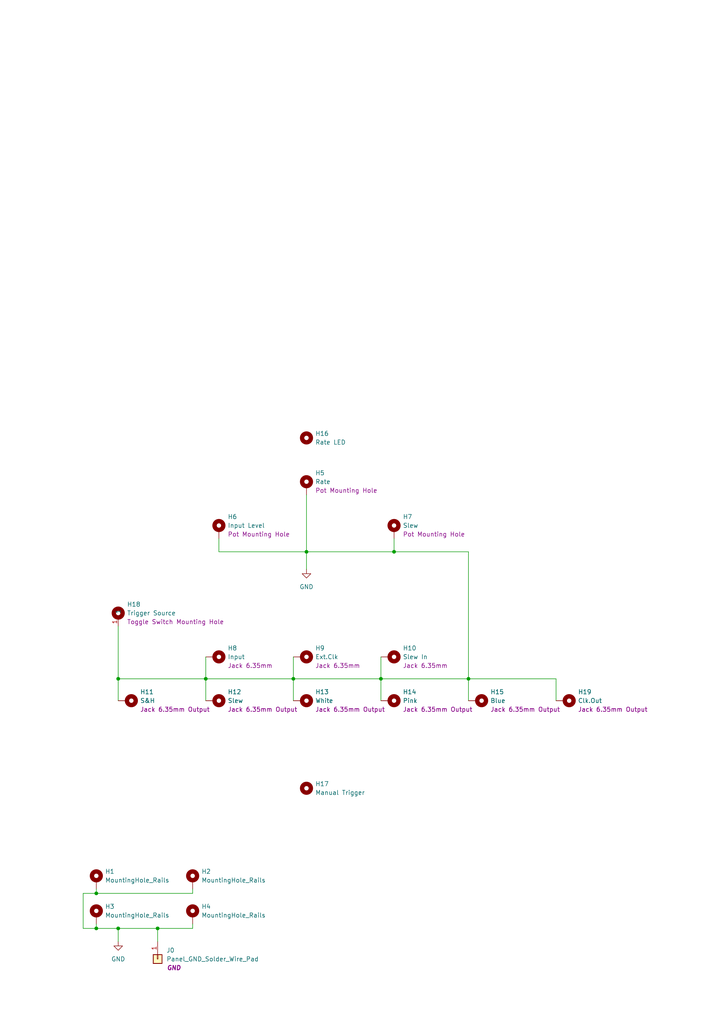
<source format=kicad_sch>
(kicad_sch (version 20231120) (generator "eeschema") (generator_version "8.0")
  (paper "A4" portrait)
  (title_block (title "Kosmo Format Front Panel - 5 cm") (company "DMH Instruments"))
  (lib_symbols
    (symbol "Mechanical:MountingHole" (pin_names (offset 1.016)) (exclude_from_sim yes) (in_bom no)
      (property "Reference" "H" (at 0 5.08 0))
      (property "Value" "MountingHole" (at 0 3.175 0))
      (symbol "MountingHole_0_1"
        (circle (center 0 0) (radius 1.27) (stroke (width 1.27)))
      )
    )
    (symbol "SynthStuff:MountingHole_Jack6.35mm_Output_v2" (pin_numbers hide) (pin_names (offset 1.016) hide) (exclude_from_sim yes) (in_bom no)
      (property "Reference" "H" (at 0 5.08 0))
      (property "Value" "SIGNAL NAME" (at 0 3.175 0))
      (property "Description" "Jack 6.35mm Output" (at 0.254 -3.302 0))
      (symbol "MountingHole_Jack6.35mm_Output_v2_0_1"
        (circle (center 0 0) (radius 1.27) (stroke (width 1.27)))
      )
      (symbol "MountingHole_Jack6.35mm_Output_v2_1_1"
        (pin input line (at -3.81 0 0) (length 2.54) (name "1") (number "1"))
      )
    )
    (symbol "SynthStuff:MountingHole_Jack6.35mm_v2" (pin_numbers hide) (pin_names (offset 1.016) hide) (exclude_from_sim yes) (in_bom no)
      (property "Reference" "H" (at 0 5.08 0))
      (property "Value" "SIGNAL NAME" (at 0 3.175 0))
      (property "Description" "Jack 6.35mm" (at 0 -3.048 0))
      (symbol "MountingHole_Jack6.35mm_v2_0_1"
        (circle (center 0 0) (radius 1.27) (stroke (width 1.27)))
      )
      (symbol "MountingHole_Jack6.35mm_v2_1_1"
        (pin input line (at -3.81 0 0) (length 2.54) (name "1") (number "1"))
      )
    )
    (symbol "SynthStuff:MountingHole_Pot" (pin_numbers hide) (pin_names (offset 1.016) hide) (exclude_from_sim yes)
      (property "Reference" "H" (at 0 6.35 0))
      (property "Value" "Function" (at 0 4.445 0))
      (property "Description" "Pot Mounting Hole" (at 0 0 0))
      (symbol "MountingHole_Pot_0_1"
        (circle (center 0 1.27) (radius 1.27) (stroke (width 1.27)))
      )
      (symbol "MountingHole_Pot_1_1"
        (pin input line (at 0 -2.54 90) (length 2.54) (name "1") (number "1"))
      )
    )
    (symbol "SynthStuff:MountingHole_Rails" (pin_numbers hide) (pin_names (offset 1.016) hide) (exclude_from_sim yes) (in_bom no)
      (property "Reference" "H" (at 0 6.35 0))
      (property "Value" "MountingHole_Rails" (at 0 4.445 0))
      (symbol "MountingHole_Rails_0_1"
        (circle (center 0 1.27) (radius 1.27) (stroke (width 1.27)))
      )
      (symbol "MountingHole_Rails_1_1"
        (pin input line (at 0 -2.54 90) (length 2.54) (name "1") (number "1"))
      )
    )
    (symbol "SynthStuff:MountingHole_ToggleSwitch" (pin_names (offset 1.016)) (exclude_from_sim yes) (in_bom no)
      (property "Reference" "H" (at 0 5.08 0))
      (property "Value" "Function" (at 0 3.175 0))
      (property "Description" "Toggle Switch Mounting Hole" (at 0 0 0))
      (symbol "MountingHole_ToggleSwitch_0_1"
        (circle (center 0 0) (radius 1.27) (stroke (width 1.27)))
      )
      (symbol "MountingHole_ToggleSwitch_1_1"
        (pin input line (at 0 -3.81 90) (length 2.54) (name "1") (number "1"))
      )
    )
    (symbol "SynthStuff:Panel_GND_Solder_Wire_Pad" (pin_names (offset 1.016) hide) (in_bom no)
      (property "Reference" "J" (at 0 2.54 0))
      (property "Value" "Panel_GND_Solder_Wire_Pad" (at 0 -5.08 0))
      (property "Function" "Panel GND" (at 0 -2.794 0))
      (symbol "Panel_GND_Solder_Wire_Pad_1_1"
        (rectangle (start -1.27 0.127) (end 0 -0.127) (stroke (width 0.1524)))
        (rectangle (start -1.27 1.27) (end 1.27 -1.27) (stroke (width 0.254)) (fill (type background)))
        (pin power_out line (at -5.08 0 0) (length 3.81) (name "Pin_1") (number "1"))
      )
    )
    (symbol "power:GND" (power) (pin_numbers hide) (pin_names (offset 0) hide)
      (property "Value" "GND" (at 0 -3.81 0))
      (symbol "GND_0_1"
        (polyline (pts (xy 0 0) (xy 0 -1.27) (xy 1.27 -1.27) (xy 0 -2.54) (xy -1.27 -1.27) (xy 0 -1.27)))
      )
      (symbol "GND_1_1"
        (pin power_in line (at 0 0 270) (length 0) (name "~") (number "1"))
      )
    )
  )
  (junction (at 34.29 269.24))
  (junction (at 45.72 269.24))
  (junction (at 114.3 160.02))
  (junction (at 34.29 196.85))
  (junction (at 88.9 160.02))
  (junction (at 59.69 196.85))
  (junction (at 27.94 269.24))
  (junction (at 135.89 196.85))
  (junction (at 110.49 196.85))
  (junction (at 27.94 259.08))
  (junction (at 85.09 196.85))
  (wire (pts (xy 85.09 190.5) (xy 85.09 196.85)))
  (wire (pts (xy 55.88 267.97) (xy 55.88 269.24)))
  (wire (pts (xy 27.94 259.08) (xy 55.88 259.08)))
  (wire (pts (xy 27.94 269.24) (xy 27.94 267.97)))
  (wire (pts (xy 24.13 269.24) (xy 27.94 269.24)))
  (wire (pts (xy 85.09 196.85) (xy 85.09 203.2)))
  (wire (pts (xy 88.9 143.51) (xy 88.9 160.02)))
  (wire (pts (xy 135.89 203.2) (xy 135.89 196.85)))
  (wire (pts (xy 45.72 269.24) (xy 45.72 273.05)))
  (wire (pts (xy 34.29 269.24) (xy 34.29 273.05)))
  (wire (pts (xy 88.9 160.02) (xy 88.9 165.1)))
  (wire (pts (xy 161.29 203.2) (xy 161.29 196.85)))
  (wire (pts (xy 59.69 196.85) (xy 59.69 190.5)))
  (wire (pts (xy 114.3 156.21) (xy 114.3 160.02)))
  (wire (pts (xy 24.13 259.08) (xy 24.13 269.24)))
  (wire (pts (xy 85.09 196.85) (xy 110.49 196.85)))
  (wire (pts (xy 55.88 257.81) (xy 55.88 259.08)))
  (wire (pts (xy 110.49 196.85) (xy 110.49 203.2)))
  (wire (pts (xy 63.5 156.21) (xy 63.5 160.02)))
  (wire (pts (xy 45.72 269.24) (xy 34.29 269.24)))
  (wire (pts (xy 59.69 196.85) (xy 85.09 196.85)))
  (wire (pts (xy 135.89 196.85) (xy 135.89 160.02)))
  (wire (pts (xy 27.94 259.08) (xy 24.13 259.08)))
  (wire (pts (xy 34.29 196.85) (xy 59.69 196.85)))
  (wire (pts (xy 110.49 190.5) (xy 110.49 196.85)))
  (wire (pts (xy 27.94 259.08) (xy 27.94 257.81)))
  (wire (pts (xy 110.49 196.85) (xy 135.89 196.85)))
  (wire (pts (xy 161.29 196.85) (xy 135.89 196.85)))
  (wire (pts (xy 114.3 160.02) (xy 135.89 160.02)))
  (wire (pts (xy 63.5 160.02) (xy 88.9 160.02)))
  (wire (pts (xy 59.69 203.2) (xy 59.69 196.85)))
  (wire (pts (xy 34.29 181.61) (xy 34.29 196.85)))
  (wire (pts (xy 114.3 160.02) (xy 88.9 160.02)))
  (wire (pts (xy 55.88 269.24) (xy 45.72 269.24)))
  (wire (pts (xy 34.29 269.24) (xy 27.94 269.24)))
  (wire (pts (xy 34.29 196.85) (xy 34.29 203.2)))
  (symbol (lib_id "SynthStuff:MountingHole_Jack6.35mm_Output_v2") (at 139.7 203.2 0) (unit 1) (exclude_from_sim yes) (in_bom no)
    (property "Reference" "H15" (at 142.24 200.6599 0) (effects (justify left)))
    (property "Value" "Blue" (at 142.24 203.1999 0) (effects (justify left)))
    (property "Footprint" "SynthStuff:Jack_6.35mm_Cutout_Output_v6" (effects (hide yes)))
    (property "Description" "Jack 6.35mm Output" (at 142.24 205.7399 0) (effects (justify left)))
  )
  (symbol (lib_id "SynthStuff:MountingHole_Rails") (at 55.88 255.27 0) (unit 1) (exclude_from_sim yes) (in_bom no)
    (property "Reference" "H2" (at 58.42 252.7299 0) (effects (justify left)))
    (property "Value" "MountingHole_Rails" (at 58.42 255.2699 0) (effects (justify left)))
    (property "Footprint" "SynthStuff:MountingHole_Rails" (effects (hide yes)))
    (property "Description" "Mounting Hole with connection" (effects (hide yes)))
  )
  (symbol (lib_id "SynthStuff:MountingHole_Pot") (at 63.5 153.67 0) (unit 1) (exclude_from_sim yes)
    (property "Reference" "H6" (at 66.04 149.8599 0) (effects (justify left)))
    (property "Value" "Input Level" (at 66.04 152.3999 0) (effects (justify left)))
    (property "Footprint" "SynthStuff:Pot_Cutout_Tiny" (effects (hide yes)))
    (property "Description" "Pot Mounting Hole" (at 66.04 154.9399 0) (effects (justify left)))
  )
  (symbol (lib_id "power:GND") (at 88.9 165.1 0) (unit 1)
    (property "Reference" "#PWR02" (effects (hide yes)))
    (property "Value" "GND" (at 88.9 170.18 0))
    (property "Description" "Power symbol creates a global label with name \"GND\" , ground" (effects (hide yes)))
  )
  (symbol (lib_id "SynthStuff:MountingHole_Pot") (at 88.9 140.97 0) (unit 1) (exclude_from_sim yes)
    (property "Reference" "H5" (at 91.44 137.1599 0) (effects (justify left)))
    (property "Value" "Rate" (at 91.44 139.6999 0) (effects (justify left)))
    (property "Footprint" "SynthStuff:Pot_Cutout_Medium_v2" (effects (hide yes)))
    (property "Description" "Pot Mounting Hole" (at 91.44 142.2399 0) (effects (justify left)))
  )
  (symbol (lib_id "SynthStuff:MountingHole_Pot") (at 114.3 153.67 0) (unit 1) (exclude_from_sim yes)
    (property "Reference" "H7" (at 116.84 149.8599 0) (effects (justify left)))
    (property "Value" "Slew" (at 116.84 152.3999 0) (effects (justify left)))
    (property "Footprint" "SynthStuff:Pot_Cutout_Tiny" (effects (hide yes)))
    (property "Description" "Pot Mounting Hole" (at 116.84 154.9399 0) (effects (justify left)))
  )
  (symbol (lib_id "Mechanical:MountingHole") (at 88.9 127 0) (unit 1) (exclude_from_sim yes) (in_bom no)
    (property "Reference" "H16" (at 91.44 125.7299 0) (effects (justify left)))
    (property "Value" "Rate LED" (at 91.44 128.2699 0) (effects (justify left)))
    (property "Footprint" "SynthStuff:MountingHole_LED_3mm" (effects (hide yes)))
    (property "Description" "Mounting Hole without connection" (effects (hide yes)))
  )
  (symbol (lib_id "SynthStuff:MountingHole_Jack6.35mm_Output_v2") (at 88.9 203.2 0) (unit 1) (exclude_from_sim yes) (in_bom no)
    (property "Reference" "H13" (at 91.44 200.6599 0) (effects (justify left)))
    (property "Value" "White" (at 91.44 203.1999 0) (effects (justify left)))
    (property "Footprint" "SynthStuff:Jack_6.35mm_Cutout_Output_v6" (effects (hide yes)))
    (property "Description" "Jack 6.35mm Output" (at 91.44 205.7399 0) (effects (justify left)))
  )
  (symbol (lib_id "power:GND") (at 34.29 273.05 0) (unit 1)
    (property "Reference" "#PWR01" (effects (hide yes)))
    (property "Value" "GND" (at 34.29 278.13 0))
    (property "Description" "Power symbol creates a global label with name \"GND\" , ground" (effects (hide yes)))
  )
  (symbol (lib_id "SynthStuff:MountingHole_Jack6.35mm_Output_v2") (at 114.3 203.2 0) (unit 1) (exclude_from_sim yes) (in_bom no)
    (property "Reference" "H14" (at 116.84 200.6599 0) (effects (justify left)))
    (property "Value" "Pink" (at 116.84 203.1999 0) (effects (justify left)))
    (property "Footprint" "SynthStuff:Jack_6.35mm_Cutout_Output_v6" (effects (hide yes)))
    (property "Description" "Jack 6.35mm Output" (at 116.84 205.7399 0) (effects (justify left)))
  )
  (symbol (lib_id "SynthStuff:MountingHole_ToggleSwitch") (at 34.29 177.8 0) (unit 1) (exclude_from_sim yes) (in_bom no)
    (property "Reference" "H18" (at 36.83 175.2599 0) (effects (justify left)))
    (property "Value" "Trigger Source" (at 36.83 177.7999 0) (effects (justify left)))
    (property "Footprint" "SynthStuff:Toggle_Switch_Cutout" (effects (hide yes)))
    (property "Description" "Toggle Switch Mounting Hole" (at 36.83 180.3399 0) (effects (justify left)))
  )
  (symbol (lib_id "SynthStuff:MountingHole_Rails") (at 27.94 265.43 0) (unit 1) (exclude_from_sim yes) (in_bom no)
    (property "Reference" "H3" (at 30.48 262.8899 0) (effects (justify left)))
    (property "Value" "MountingHole_Rails" (at 30.48 265.4299 0) (effects (justify left)))
    (property "Footprint" "SynthStuff:MountingHole_Rails" (effects (hide yes)))
    (property "Description" "Mounting Hole with connection" (effects (hide yes)))
  )
  (symbol (lib_id "SynthStuff:MountingHole_Jack6.35mm_Output_v2") (at 165.1 203.2 0) (unit 1) (exclude_from_sim yes) (in_bom no)
    (property "Reference" "H19" (at 167.64 200.6599 0) (effects (justify left)))
    (property "Value" "Clk.Out" (at 167.64 203.1999 0) (effects (justify left)))
    (property "Footprint" "SynthStuff:Jack_6.35mm_Cutout_Output_v6" (effects (hide yes)))
    (property "Description" "Jack 6.35mm Output" (at 167.64 205.7399 0) (effects (justify left)))
  )
  (symbol (lib_id "SynthStuff:MountingHole_Jack6.35mm_v2") (at 114.3 190.5 0) (unit 1) (exclude_from_sim yes) (in_bom no)
    (property "Reference" "H10" (at 116.84 187.9599 0) (effects (justify left)))
    (property "Value" "Slew In" (at 116.84 190.4999 0) (effects (justify left)))
    (property "Footprint" "SynthStuff:Jack_6.35mm_Cutout_v3" (effects (hide yes)))
    (property "Description" "Jack 6.35mm" (at 116.84 193.0399 0) (effects (justify left)))
  )
  (symbol (lib_id "SynthStuff:MountingHole_Jack6.35mm_Output_v2") (at 63.5 203.2 0) (unit 1) (exclude_from_sim yes) (in_bom no)
    (property "Reference" "H12" (at 66.04 200.6599 0) (effects (justify left)))
    (property "Value" "Slew" (at 66.04 203.1999 0) (effects (justify left)))
    (property "Footprint" "SynthStuff:Jack_6.35mm_Cutout_Output_v6" (effects (hide yes)))
    (property "Description" "Jack 6.35mm Output" (at 66.04 205.7399 0) (effects (justify left)))
  )
  (symbol (lib_id "SynthStuff:MountingHole_Jack6.35mm_Output_v2") (at 38.1 203.2 0) (unit 1) (exclude_from_sim yes) (in_bom no)
    (property "Reference" "H11" (at 40.64 200.6599 0) (effects (justify left)))
    (property "Value" "S&H" (at 40.64 203.1999 0) (effects (justify left)))
    (property "Footprint" "SynthStuff:Jack_6.35mm_Cutout_Output_v6" (effects (hide yes)))
    (property "Description" "Jack 6.35mm Output" (at 40.64 205.7399 0) (effects (justify left)))
  )
  (symbol (lib_id "SynthStuff:MountingHole_Jack6.35mm_v2") (at 63.5 190.5 0) (unit 1) (exclude_from_sim yes) (in_bom no)
    (property "Reference" "H8" (at 66.04 187.9599 0) (effects (justify left)))
    (property "Value" "Input" (at 66.04 190.4999 0) (effects (justify left)))
    (property "Footprint" "SynthStuff:Jack_6.35mm_Cutout_v3" (effects (hide yes)))
    (property "Description" "Jack 6.35mm" (at 66.04 193.0399 0) (effects (justify left)))
  )
  (symbol (lib_id "Mechanical:MountingHole") (at 88.9 228.6 0) (unit 1) (exclude_from_sim yes)
    (property "Reference" "H17" (at 91.44 227.3299 0) (effects (justify left)))
    (property "Value" "Manual Trigger" (at 91.44 229.8699 0) (effects (justify left)))
    (property "Footprint" "SynthStuff:MX_switch_Cutout" (effects (hide yes)))
    (property "Description" "Mounting Hole without connection" (effects (hide yes)))
  )
  (symbol (lib_id "SynthStuff:MountingHole_Rails") (at 55.88 265.43 0) (unit 1) (exclude_from_sim yes) (in_bom no)
    (property "Reference" "H4" (at 58.42 262.8899 0) (effects (justify left)))
    (property "Value" "MountingHole_Rails" (at 58.42 265.4299 0) (effects (justify left)))
    (property "Footprint" "SynthStuff:MountingHole_Rails" (effects (hide yes)))
    (property "Description" "Mounting Hole with connection" (effects (hide yes)))
  )
  (symbol (lib_id "SynthStuff:Panel_GND_Solder_Wire_Pad") (at 45.72 278.13 270) (unit 1) (in_bom no)
    (property "Reference" "J0" (at 48.26 275.5899 90) (effects (justify left)))
    (property "Value" "Panel_GND_Solder_Wire_Pad" (at 48.26 278.1299 90) (effects (justify left)))
    (property "Footprint" "SynthStuff:Panel_GND_SolderWirePad_5x10mm" (effects (hide yes)))
    (property "Description" "Solder pad to allow connection between PCB and Front Panel" (effects (hide yes)))
    (property "Function" "GND" (at 48.26 280.67 90) (effects (font (thickness 0.254) (bold yes) (italic yes)) (justify left)))
  )
  (symbol (lib_id "SynthStuff:MountingHole_Jack6.35mm_v2") (at 88.9 190.5 0) (unit 1) (exclude_from_sim yes) (in_bom no)
    (property "Reference" "H9" (at 91.44 187.9599 0) (effects (justify left)))
    (property "Value" "Ext.Clk" (at 91.44 190.4999 0) (effects (justify left)))
    (property "Footprint" "SynthStuff:Jack_6.35mm_Cutout_v3" (effects (hide yes)))
    (property "Description" "Jack 6.35mm" (at 91.44 193.0399 0) (effects (justify left)))
  )
  (symbol (lib_id "SynthStuff:MountingHole_Rails") (at 27.94 255.27 0) (unit 1) (exclude_from_sim yes) (in_bom no)
    (property "Reference" "H1" (at 30.48 252.7299 0) (effects (justify left)))
    (property "Value" "MountingHole_Rails" (at 30.48 255.2699 0) (effects (justify left)))
    (property "Footprint" "SynthStuff:MountingHole_Rails" (effects (hide yes)))
    (property "Description" "Mounting Hole with connection" (effects (hide yes)))
  )
)
</source>
